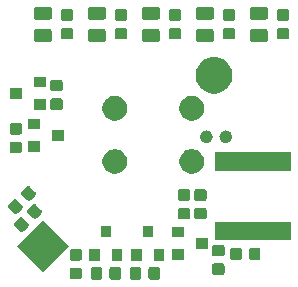
<source format=gbr>
G04 #@! TF.GenerationSoftware,KiCad,Pcbnew,(5.1.2)-1*
G04 #@! TF.CreationDate,2019-08-24T00:01:25+03:00*
G04 #@! TF.ProjectId,PomodoroTomatoTimer,506f6d6f-646f-4726-9f54-6f6d61746f54,rev?*
G04 #@! TF.SameCoordinates,Original*
G04 #@! TF.FileFunction,Soldermask,Top*
G04 #@! TF.FilePolarity,Negative*
%FSLAX46Y46*%
G04 Gerber Fmt 4.6, Leading zero omitted, Abs format (unit mm)*
G04 Created by KiCad (PCBNEW (5.1.2)-1) date 2019-08-24 00:01:25*
%MOMM*%
%LPD*%
G04 APERTURE LIST*
%ADD10C,0.500000*%
%ADD11C,0.100000*%
G04 APERTURE END LIST*
D10*
X144699000Y-88773000D02*
G75*
G03X144699000Y-88773000I-300000J0D01*
G01*
X146350000Y-88773000D02*
G75*
G03X146350000Y-88773000I-300000J0D01*
G01*
D11*
G36*
X140321591Y-99808085D02*
G01*
X140355569Y-99818393D01*
X140386890Y-99835134D01*
X140414339Y-99857661D01*
X140436866Y-99885110D01*
X140453607Y-99916431D01*
X140463915Y-99950409D01*
X140468000Y-99991890D01*
X140468000Y-100668110D01*
X140463915Y-100709591D01*
X140453607Y-100743569D01*
X140436866Y-100774890D01*
X140414339Y-100802339D01*
X140386890Y-100824866D01*
X140355569Y-100841607D01*
X140321591Y-100851915D01*
X140280110Y-100856000D01*
X139678890Y-100856000D01*
X139637409Y-100851915D01*
X139603431Y-100841607D01*
X139572110Y-100824866D01*
X139544661Y-100802339D01*
X139522134Y-100774890D01*
X139505393Y-100743569D01*
X139495085Y-100709591D01*
X139491000Y-100668110D01*
X139491000Y-99991890D01*
X139495085Y-99950409D01*
X139505393Y-99916431D01*
X139522134Y-99885110D01*
X139544661Y-99857661D01*
X139572110Y-99835134D01*
X139603431Y-99818393D01*
X139637409Y-99808085D01*
X139678890Y-99804000D01*
X140280110Y-99804000D01*
X140321591Y-99808085D01*
X140321591Y-99808085D01*
G37*
G36*
X138746591Y-99808085D02*
G01*
X138780569Y-99818393D01*
X138811890Y-99835134D01*
X138839339Y-99857661D01*
X138861866Y-99885110D01*
X138878607Y-99916431D01*
X138888915Y-99950409D01*
X138893000Y-99991890D01*
X138893000Y-100668110D01*
X138888915Y-100709591D01*
X138878607Y-100743569D01*
X138861866Y-100774890D01*
X138839339Y-100802339D01*
X138811890Y-100824866D01*
X138780569Y-100841607D01*
X138746591Y-100851915D01*
X138705110Y-100856000D01*
X138103890Y-100856000D01*
X138062409Y-100851915D01*
X138028431Y-100841607D01*
X137997110Y-100824866D01*
X137969661Y-100802339D01*
X137947134Y-100774890D01*
X137930393Y-100743569D01*
X137920085Y-100709591D01*
X137916000Y-100668110D01*
X137916000Y-99991890D01*
X137920085Y-99950409D01*
X137930393Y-99916431D01*
X137947134Y-99885110D01*
X137969661Y-99857661D01*
X137997110Y-99835134D01*
X138028431Y-99818393D01*
X138062409Y-99808085D01*
X138103890Y-99804000D01*
X138705110Y-99804000D01*
X138746591Y-99808085D01*
X138746591Y-99808085D01*
G37*
G36*
X137019591Y-99808085D02*
G01*
X137053569Y-99818393D01*
X137084890Y-99835134D01*
X137112339Y-99857661D01*
X137134866Y-99885110D01*
X137151607Y-99916431D01*
X137161915Y-99950409D01*
X137166000Y-99991890D01*
X137166000Y-100668110D01*
X137161915Y-100709591D01*
X137151607Y-100743569D01*
X137134866Y-100774890D01*
X137112339Y-100802339D01*
X137084890Y-100824866D01*
X137053569Y-100841607D01*
X137019591Y-100851915D01*
X136978110Y-100856000D01*
X136376890Y-100856000D01*
X136335409Y-100851915D01*
X136301431Y-100841607D01*
X136270110Y-100824866D01*
X136242661Y-100802339D01*
X136220134Y-100774890D01*
X136203393Y-100743569D01*
X136193085Y-100709591D01*
X136189000Y-100668110D01*
X136189000Y-99991890D01*
X136193085Y-99950409D01*
X136203393Y-99916431D01*
X136220134Y-99885110D01*
X136242661Y-99857661D01*
X136270110Y-99835134D01*
X136301431Y-99818393D01*
X136335409Y-99808085D01*
X136376890Y-99804000D01*
X136978110Y-99804000D01*
X137019591Y-99808085D01*
X137019591Y-99808085D01*
G37*
G36*
X135444591Y-99808085D02*
G01*
X135478569Y-99818393D01*
X135509890Y-99835134D01*
X135537339Y-99857661D01*
X135559866Y-99885110D01*
X135576607Y-99916431D01*
X135586915Y-99950409D01*
X135591000Y-99991890D01*
X135591000Y-100668110D01*
X135586915Y-100709591D01*
X135576607Y-100743569D01*
X135559866Y-100774890D01*
X135537339Y-100802339D01*
X135509890Y-100824866D01*
X135478569Y-100841607D01*
X135444591Y-100851915D01*
X135403110Y-100856000D01*
X134801890Y-100856000D01*
X134760409Y-100851915D01*
X134726431Y-100841607D01*
X134695110Y-100824866D01*
X134667661Y-100802339D01*
X134645134Y-100774890D01*
X134628393Y-100743569D01*
X134618085Y-100709591D01*
X134614000Y-100668110D01*
X134614000Y-99991890D01*
X134618085Y-99950409D01*
X134628393Y-99916431D01*
X134645134Y-99885110D01*
X134667661Y-99857661D01*
X134695110Y-99835134D01*
X134726431Y-99818393D01*
X134760409Y-99808085D01*
X134801890Y-99804000D01*
X135403110Y-99804000D01*
X135444591Y-99808085D01*
X135444591Y-99808085D01*
G37*
G36*
X133729591Y-99845585D02*
G01*
X133763569Y-99855893D01*
X133794890Y-99872634D01*
X133822339Y-99895161D01*
X133844866Y-99922610D01*
X133861607Y-99953931D01*
X133871915Y-99987909D01*
X133876000Y-100029390D01*
X133876000Y-100630610D01*
X133871915Y-100672091D01*
X133861607Y-100706069D01*
X133844866Y-100737390D01*
X133822339Y-100764839D01*
X133794890Y-100787366D01*
X133763569Y-100804107D01*
X133729591Y-100814415D01*
X133688110Y-100818500D01*
X133011890Y-100818500D01*
X132970409Y-100814415D01*
X132936431Y-100804107D01*
X132905110Y-100787366D01*
X132877661Y-100764839D01*
X132855134Y-100737390D01*
X132838393Y-100706069D01*
X132828085Y-100672091D01*
X132824000Y-100630610D01*
X132824000Y-100029390D01*
X132828085Y-99987909D01*
X132838393Y-99953931D01*
X132855134Y-99922610D01*
X132877661Y-99895161D01*
X132905110Y-99872634D01*
X132936431Y-99855893D01*
X132970409Y-99845585D01*
X133011890Y-99841500D01*
X133688110Y-99841500D01*
X133729591Y-99845585D01*
X133729591Y-99845585D01*
G37*
G36*
X145790591Y-99490085D02*
G01*
X145824569Y-99500393D01*
X145855890Y-99517134D01*
X145883339Y-99539661D01*
X145905866Y-99567110D01*
X145922607Y-99598431D01*
X145932915Y-99632409D01*
X145937000Y-99673890D01*
X145937000Y-100275110D01*
X145932915Y-100316591D01*
X145922607Y-100350569D01*
X145905866Y-100381890D01*
X145883339Y-100409339D01*
X145855890Y-100431866D01*
X145824569Y-100448607D01*
X145790591Y-100458915D01*
X145749110Y-100463000D01*
X145072890Y-100463000D01*
X145031409Y-100458915D01*
X144997431Y-100448607D01*
X144966110Y-100431866D01*
X144938661Y-100409339D01*
X144916134Y-100381890D01*
X144899393Y-100350569D01*
X144889085Y-100316591D01*
X144885000Y-100275110D01*
X144885000Y-99673890D01*
X144889085Y-99632409D01*
X144899393Y-99598431D01*
X144916134Y-99567110D01*
X144938661Y-99539661D01*
X144966110Y-99517134D01*
X144997431Y-99500393D01*
X145031409Y-99490085D01*
X145072890Y-99486000D01*
X145749110Y-99486000D01*
X145790591Y-99490085D01*
X145790591Y-99490085D01*
G37*
G36*
X132749445Y-98044000D02*
G01*
X130556000Y-100237445D01*
X128362555Y-98044000D01*
X130556000Y-95850555D01*
X132749445Y-98044000D01*
X132749445Y-98044000D01*
G37*
G36*
X140847000Y-99291000D02*
G01*
X139945000Y-99291000D01*
X139945000Y-98289000D01*
X140847000Y-98289000D01*
X140847000Y-99291000D01*
X140847000Y-99291000D01*
G37*
G36*
X138947000Y-99291000D02*
G01*
X138045000Y-99291000D01*
X138045000Y-98289000D01*
X138947000Y-98289000D01*
X138947000Y-99291000D01*
X138947000Y-99291000D01*
G37*
G36*
X137291000Y-99291000D02*
G01*
X136389000Y-99291000D01*
X136389000Y-98289000D01*
X137291000Y-98289000D01*
X137291000Y-99291000D01*
X137291000Y-99291000D01*
G37*
G36*
X135391000Y-99291000D02*
G01*
X134489000Y-99291000D01*
X134489000Y-98289000D01*
X135391000Y-98289000D01*
X135391000Y-99291000D01*
X135391000Y-99291000D01*
G37*
G36*
X133729591Y-98270585D02*
G01*
X133763569Y-98280893D01*
X133794890Y-98297634D01*
X133822339Y-98320161D01*
X133844866Y-98347610D01*
X133861607Y-98378931D01*
X133871915Y-98412909D01*
X133876000Y-98454390D01*
X133876000Y-99055610D01*
X133871915Y-99097091D01*
X133861607Y-99131069D01*
X133844866Y-99162390D01*
X133822339Y-99189839D01*
X133794890Y-99212366D01*
X133763569Y-99229107D01*
X133729591Y-99239415D01*
X133688110Y-99243500D01*
X133011890Y-99243500D01*
X132970409Y-99239415D01*
X132936431Y-99229107D01*
X132905110Y-99212366D01*
X132877661Y-99189839D01*
X132855134Y-99162390D01*
X132838393Y-99131069D01*
X132828085Y-99097091D01*
X132824000Y-99055610D01*
X132824000Y-98454390D01*
X132828085Y-98412909D01*
X132838393Y-98378931D01*
X132855134Y-98347610D01*
X132877661Y-98320161D01*
X132905110Y-98297634D01*
X132936431Y-98280893D01*
X132970409Y-98270585D01*
X133011890Y-98266500D01*
X133688110Y-98266500D01*
X133729591Y-98270585D01*
X133729591Y-98270585D01*
G37*
G36*
X148830591Y-98157085D02*
G01*
X148864569Y-98167393D01*
X148895890Y-98184134D01*
X148923339Y-98206661D01*
X148945866Y-98234110D01*
X148962607Y-98265431D01*
X148972915Y-98299409D01*
X148977000Y-98340890D01*
X148977000Y-99017110D01*
X148972915Y-99058591D01*
X148962607Y-99092569D01*
X148945866Y-99123890D01*
X148923339Y-99151339D01*
X148895890Y-99173866D01*
X148864569Y-99190607D01*
X148830591Y-99200915D01*
X148789110Y-99205000D01*
X148187890Y-99205000D01*
X148146409Y-99200915D01*
X148112431Y-99190607D01*
X148081110Y-99173866D01*
X148053661Y-99151339D01*
X148031134Y-99123890D01*
X148014393Y-99092569D01*
X148004085Y-99058591D01*
X148000000Y-99017110D01*
X148000000Y-98340890D01*
X148004085Y-98299409D01*
X148014393Y-98265431D01*
X148031134Y-98234110D01*
X148053661Y-98206661D01*
X148081110Y-98184134D01*
X148112431Y-98167393D01*
X148146409Y-98157085D01*
X148187890Y-98153000D01*
X148789110Y-98153000D01*
X148830591Y-98157085D01*
X148830591Y-98157085D01*
G37*
G36*
X147255591Y-98157085D02*
G01*
X147289569Y-98167393D01*
X147320890Y-98184134D01*
X147348339Y-98206661D01*
X147370866Y-98234110D01*
X147387607Y-98265431D01*
X147397915Y-98299409D01*
X147402000Y-98340890D01*
X147402000Y-99017110D01*
X147397915Y-99058591D01*
X147387607Y-99092569D01*
X147370866Y-99123890D01*
X147348339Y-99151339D01*
X147320890Y-99173866D01*
X147289569Y-99190607D01*
X147255591Y-99200915D01*
X147214110Y-99205000D01*
X146612890Y-99205000D01*
X146571409Y-99200915D01*
X146537431Y-99190607D01*
X146506110Y-99173866D01*
X146478661Y-99151339D01*
X146456134Y-99123890D01*
X146439393Y-99092569D01*
X146429085Y-99058591D01*
X146425000Y-99017110D01*
X146425000Y-98340890D01*
X146429085Y-98299409D01*
X146439393Y-98265431D01*
X146456134Y-98234110D01*
X146478661Y-98206661D01*
X146506110Y-98184134D01*
X146537431Y-98167393D01*
X146571409Y-98157085D01*
X146612890Y-98153000D01*
X147214110Y-98153000D01*
X147255591Y-98157085D01*
X147255591Y-98157085D01*
G37*
G36*
X142503000Y-99191000D02*
G01*
X141501000Y-99191000D01*
X141501000Y-98289000D01*
X142503000Y-98289000D01*
X142503000Y-99191000D01*
X142503000Y-99191000D01*
G37*
G36*
X145790591Y-97915085D02*
G01*
X145824569Y-97925393D01*
X145855890Y-97942134D01*
X145883339Y-97964661D01*
X145905866Y-97992110D01*
X145922607Y-98023431D01*
X145932915Y-98057409D01*
X145937000Y-98098890D01*
X145937000Y-98700110D01*
X145932915Y-98741591D01*
X145922607Y-98775569D01*
X145905866Y-98806890D01*
X145883339Y-98834339D01*
X145855890Y-98856866D01*
X145824569Y-98873607D01*
X145790591Y-98883915D01*
X145749110Y-98888000D01*
X145072890Y-98888000D01*
X145031409Y-98883915D01*
X144997431Y-98873607D01*
X144966110Y-98856866D01*
X144938661Y-98834339D01*
X144916134Y-98806890D01*
X144899393Y-98775569D01*
X144889085Y-98741591D01*
X144885000Y-98700110D01*
X144885000Y-98098890D01*
X144889085Y-98057409D01*
X144899393Y-98023431D01*
X144916134Y-97992110D01*
X144938661Y-97964661D01*
X144966110Y-97942134D01*
X144997431Y-97925393D01*
X145031409Y-97915085D01*
X145072890Y-97911000D01*
X145749110Y-97911000D01*
X145790591Y-97915085D01*
X145790591Y-97915085D01*
G37*
G36*
X144503000Y-98241000D02*
G01*
X143501000Y-98241000D01*
X143501000Y-97339000D01*
X144503000Y-97339000D01*
X144503000Y-98241000D01*
X144503000Y-98241000D01*
G37*
G36*
X151537000Y-97536000D02*
G01*
X145135000Y-97536000D01*
X145135000Y-95984000D01*
X151537000Y-95984000D01*
X151537000Y-97536000D01*
X151537000Y-97536000D01*
G37*
G36*
X142503000Y-97291000D02*
G01*
X141501000Y-97291000D01*
X141501000Y-96389000D01*
X142503000Y-96389000D01*
X142503000Y-97291000D01*
X142503000Y-97291000D01*
G37*
G36*
X136341000Y-97291000D02*
G01*
X135439000Y-97291000D01*
X135439000Y-96289000D01*
X136341000Y-96289000D01*
X136341000Y-97291000D01*
X136341000Y-97291000D01*
G37*
G36*
X139897000Y-97291000D02*
G01*
X138995000Y-97291000D01*
X138995000Y-96289000D01*
X139897000Y-96289000D01*
X139897000Y-97291000D01*
X139897000Y-97291000D01*
G37*
G36*
X128737977Y-95549855D02*
G01*
X128771955Y-95560163D01*
X128803276Y-95576904D01*
X128835490Y-95603342D01*
X128875341Y-95643193D01*
X128875347Y-95643198D01*
X129273802Y-96041653D01*
X129273807Y-96041659D01*
X129313658Y-96081510D01*
X129340096Y-96113724D01*
X129356837Y-96145045D01*
X129367145Y-96179023D01*
X129370625Y-96214364D01*
X129367145Y-96249705D01*
X129356837Y-96283683D01*
X129340096Y-96315004D01*
X129313658Y-96347218D01*
X129273807Y-96387069D01*
X129273802Y-96387075D01*
X128928381Y-96732496D01*
X128928375Y-96732501D01*
X128888524Y-96772352D01*
X128856310Y-96798790D01*
X128824989Y-96815531D01*
X128791011Y-96825839D01*
X128755670Y-96829319D01*
X128720329Y-96825839D01*
X128686351Y-96815531D01*
X128655030Y-96798790D01*
X128622816Y-96772352D01*
X128582965Y-96732501D01*
X128582959Y-96732496D01*
X128184504Y-96334041D01*
X128184499Y-96334035D01*
X128144648Y-96294184D01*
X128118210Y-96261970D01*
X128101469Y-96230649D01*
X128091161Y-96196671D01*
X128087681Y-96161330D01*
X128091161Y-96125989D01*
X128101469Y-96092011D01*
X128118210Y-96060690D01*
X128144648Y-96028476D01*
X128184499Y-95988625D01*
X128184504Y-95988619D01*
X128529925Y-95643198D01*
X128529931Y-95643193D01*
X128569782Y-95603342D01*
X128601996Y-95576904D01*
X128633317Y-95560163D01*
X128667295Y-95549855D01*
X128702636Y-95546375D01*
X128737977Y-95549855D01*
X128737977Y-95549855D01*
G37*
G36*
X144270591Y-94791085D02*
G01*
X144304569Y-94801393D01*
X144335890Y-94818134D01*
X144363339Y-94840661D01*
X144385866Y-94868110D01*
X144402607Y-94899431D01*
X144412915Y-94933409D01*
X144417000Y-94974890D01*
X144417000Y-95576110D01*
X144412915Y-95617591D01*
X144402607Y-95651569D01*
X144385866Y-95682890D01*
X144363339Y-95710339D01*
X144335890Y-95732866D01*
X144304569Y-95749607D01*
X144270591Y-95759915D01*
X144229110Y-95764000D01*
X143552890Y-95764000D01*
X143511409Y-95759915D01*
X143477431Y-95749607D01*
X143446110Y-95732866D01*
X143418661Y-95710339D01*
X143396134Y-95682890D01*
X143379393Y-95651569D01*
X143369085Y-95617591D01*
X143365000Y-95576110D01*
X143365000Y-94974890D01*
X143369085Y-94933409D01*
X143379393Y-94899431D01*
X143396134Y-94868110D01*
X143418661Y-94840661D01*
X143446110Y-94818134D01*
X143477431Y-94801393D01*
X143511409Y-94791085D01*
X143552890Y-94787000D01*
X144229110Y-94787000D01*
X144270591Y-94791085D01*
X144270591Y-94791085D01*
G37*
G36*
X142873591Y-94791085D02*
G01*
X142907569Y-94801393D01*
X142938890Y-94818134D01*
X142966339Y-94840661D01*
X142988866Y-94868110D01*
X143005607Y-94899431D01*
X143015915Y-94933409D01*
X143020000Y-94974890D01*
X143020000Y-95576110D01*
X143015915Y-95617591D01*
X143005607Y-95651569D01*
X142988866Y-95682890D01*
X142966339Y-95710339D01*
X142938890Y-95732866D01*
X142907569Y-95749607D01*
X142873591Y-95759915D01*
X142832110Y-95764000D01*
X142155890Y-95764000D01*
X142114409Y-95759915D01*
X142080431Y-95749607D01*
X142049110Y-95732866D01*
X142021661Y-95710339D01*
X141999134Y-95682890D01*
X141982393Y-95651569D01*
X141972085Y-95617591D01*
X141968000Y-95576110D01*
X141968000Y-94974890D01*
X141972085Y-94933409D01*
X141982393Y-94899431D01*
X141999134Y-94868110D01*
X142021661Y-94840661D01*
X142049110Y-94818134D01*
X142080431Y-94801393D01*
X142114409Y-94791085D01*
X142155890Y-94787000D01*
X142832110Y-94787000D01*
X142873591Y-94791085D01*
X142873591Y-94791085D01*
G37*
G36*
X129851671Y-94436161D02*
G01*
X129885649Y-94446469D01*
X129916970Y-94463210D01*
X129949184Y-94489648D01*
X129989035Y-94529499D01*
X129989041Y-94529504D01*
X130387496Y-94927959D01*
X130387501Y-94927965D01*
X130427352Y-94967816D01*
X130453790Y-95000030D01*
X130470531Y-95031351D01*
X130480839Y-95065329D01*
X130484319Y-95100670D01*
X130480839Y-95136011D01*
X130470531Y-95169989D01*
X130453790Y-95201310D01*
X130427352Y-95233524D01*
X130387501Y-95273375D01*
X130387496Y-95273381D01*
X130042075Y-95618802D01*
X130042069Y-95618807D01*
X130002218Y-95658658D01*
X129970004Y-95685096D01*
X129938683Y-95701837D01*
X129904705Y-95712145D01*
X129869364Y-95715625D01*
X129834023Y-95712145D01*
X129800045Y-95701837D01*
X129768724Y-95685096D01*
X129736510Y-95658658D01*
X129696659Y-95618807D01*
X129696653Y-95618802D01*
X129298198Y-95220347D01*
X129298193Y-95220341D01*
X129258342Y-95180490D01*
X129231904Y-95148276D01*
X129215163Y-95116955D01*
X129204855Y-95082977D01*
X129201375Y-95047636D01*
X129204855Y-95012295D01*
X129215163Y-94978317D01*
X129231904Y-94946996D01*
X129258342Y-94914782D01*
X129298193Y-94874931D01*
X129298198Y-94874925D01*
X129643619Y-94529504D01*
X129643625Y-94529499D01*
X129683476Y-94489648D01*
X129715690Y-94463210D01*
X129747011Y-94446469D01*
X129780989Y-94436161D01*
X129816330Y-94432681D01*
X129851671Y-94436161D01*
X129851671Y-94436161D01*
G37*
G36*
X128229977Y-94025855D02*
G01*
X128263955Y-94036163D01*
X128295276Y-94052904D01*
X128327490Y-94079342D01*
X128367341Y-94119193D01*
X128367347Y-94119198D01*
X128765802Y-94517653D01*
X128765807Y-94517659D01*
X128805658Y-94557510D01*
X128832096Y-94589724D01*
X128848837Y-94621045D01*
X128859145Y-94655023D01*
X128862625Y-94690364D01*
X128859145Y-94725705D01*
X128848837Y-94759683D01*
X128832096Y-94791004D01*
X128805658Y-94823218D01*
X128765807Y-94863069D01*
X128765802Y-94863075D01*
X128420381Y-95208496D01*
X128420375Y-95208501D01*
X128380524Y-95248352D01*
X128348310Y-95274790D01*
X128316989Y-95291531D01*
X128283011Y-95301839D01*
X128247670Y-95305319D01*
X128212329Y-95301839D01*
X128178351Y-95291531D01*
X128147030Y-95274790D01*
X128114816Y-95248352D01*
X128074965Y-95208501D01*
X128074959Y-95208496D01*
X127676504Y-94810041D01*
X127676499Y-94810035D01*
X127636648Y-94770184D01*
X127610210Y-94737970D01*
X127593469Y-94706649D01*
X127583161Y-94672671D01*
X127579681Y-94637330D01*
X127583161Y-94601989D01*
X127593469Y-94568011D01*
X127610210Y-94536690D01*
X127636648Y-94504476D01*
X127676499Y-94464625D01*
X127676504Y-94464619D01*
X128021925Y-94119198D01*
X128021931Y-94119193D01*
X128061782Y-94079342D01*
X128093996Y-94052904D01*
X128125317Y-94036163D01*
X128159295Y-94025855D01*
X128194636Y-94022375D01*
X128229977Y-94025855D01*
X128229977Y-94025855D01*
G37*
G36*
X129343671Y-92912161D02*
G01*
X129377649Y-92922469D01*
X129408970Y-92939210D01*
X129441184Y-92965648D01*
X129481035Y-93005499D01*
X129481041Y-93005504D01*
X129879496Y-93403959D01*
X129879501Y-93403965D01*
X129919352Y-93443816D01*
X129945790Y-93476030D01*
X129962531Y-93507351D01*
X129972839Y-93541329D01*
X129976319Y-93576670D01*
X129972839Y-93612011D01*
X129962531Y-93645989D01*
X129945790Y-93677310D01*
X129919352Y-93709524D01*
X129879501Y-93749375D01*
X129879496Y-93749381D01*
X129534075Y-94094802D01*
X129534069Y-94094807D01*
X129494218Y-94134658D01*
X129462004Y-94161096D01*
X129430683Y-94177837D01*
X129396705Y-94188145D01*
X129361364Y-94191625D01*
X129326023Y-94188145D01*
X129292045Y-94177837D01*
X129260724Y-94161096D01*
X129228510Y-94134658D01*
X129188659Y-94094807D01*
X129188653Y-94094802D01*
X128790198Y-93696347D01*
X128790193Y-93696341D01*
X128750342Y-93656490D01*
X128723904Y-93624276D01*
X128707163Y-93592955D01*
X128696855Y-93558977D01*
X128693375Y-93523636D01*
X128696855Y-93488295D01*
X128707163Y-93454317D01*
X128723904Y-93422996D01*
X128750342Y-93390782D01*
X128790193Y-93350931D01*
X128790198Y-93350925D01*
X129135619Y-93005504D01*
X129135625Y-93005499D01*
X129175476Y-92965648D01*
X129207690Y-92939210D01*
X129239011Y-92922469D01*
X129272989Y-92912161D01*
X129308330Y-92908681D01*
X129343671Y-92912161D01*
X129343671Y-92912161D01*
G37*
G36*
X144270591Y-93216085D02*
G01*
X144304569Y-93226393D01*
X144335890Y-93243134D01*
X144363339Y-93265661D01*
X144385866Y-93293110D01*
X144402607Y-93324431D01*
X144412915Y-93358409D01*
X144417000Y-93399890D01*
X144417000Y-94001110D01*
X144412915Y-94042591D01*
X144402607Y-94076569D01*
X144385866Y-94107890D01*
X144363339Y-94135339D01*
X144335890Y-94157866D01*
X144304569Y-94174607D01*
X144270591Y-94184915D01*
X144229110Y-94189000D01*
X143552890Y-94189000D01*
X143511409Y-94184915D01*
X143477431Y-94174607D01*
X143446110Y-94157866D01*
X143418661Y-94135339D01*
X143396134Y-94107890D01*
X143379393Y-94076569D01*
X143369085Y-94042591D01*
X143365000Y-94001110D01*
X143365000Y-93399890D01*
X143369085Y-93358409D01*
X143379393Y-93324431D01*
X143396134Y-93293110D01*
X143418661Y-93265661D01*
X143446110Y-93243134D01*
X143477431Y-93226393D01*
X143511409Y-93216085D01*
X143552890Y-93212000D01*
X144229110Y-93212000D01*
X144270591Y-93216085D01*
X144270591Y-93216085D01*
G37*
G36*
X142873591Y-93216085D02*
G01*
X142907569Y-93226393D01*
X142938890Y-93243134D01*
X142966339Y-93265661D01*
X142988866Y-93293110D01*
X143005607Y-93324431D01*
X143015915Y-93358409D01*
X143020000Y-93399890D01*
X143020000Y-94001110D01*
X143015915Y-94042591D01*
X143005607Y-94076569D01*
X142988866Y-94107890D01*
X142966339Y-94135339D01*
X142938890Y-94157866D01*
X142907569Y-94174607D01*
X142873591Y-94184915D01*
X142832110Y-94189000D01*
X142155890Y-94189000D01*
X142114409Y-94184915D01*
X142080431Y-94174607D01*
X142049110Y-94157866D01*
X142021661Y-94135339D01*
X141999134Y-94107890D01*
X141982393Y-94076569D01*
X141972085Y-94042591D01*
X141968000Y-94001110D01*
X141968000Y-93399890D01*
X141972085Y-93358409D01*
X141982393Y-93324431D01*
X141999134Y-93293110D01*
X142021661Y-93265661D01*
X142049110Y-93243134D01*
X142080431Y-93226393D01*
X142114409Y-93216085D01*
X142155890Y-93212000D01*
X142832110Y-93212000D01*
X142873591Y-93216085D01*
X142873591Y-93216085D01*
G37*
G36*
X143458564Y-89849389D02*
G01*
X143649833Y-89928615D01*
X143649835Y-89928616D01*
X143762791Y-90004091D01*
X143821973Y-90043635D01*
X143968365Y-90190027D01*
X144083385Y-90362167D01*
X144162611Y-90553436D01*
X144203000Y-90756484D01*
X144203000Y-90963516D01*
X144162611Y-91166564D01*
X144083385Y-91357833D01*
X144083384Y-91357835D01*
X143968365Y-91529973D01*
X143821973Y-91676365D01*
X143649835Y-91791384D01*
X143649834Y-91791385D01*
X143649833Y-91791385D01*
X143458564Y-91870611D01*
X143255516Y-91911000D01*
X143048484Y-91911000D01*
X142845436Y-91870611D01*
X142654167Y-91791385D01*
X142654166Y-91791385D01*
X142654165Y-91791384D01*
X142482027Y-91676365D01*
X142335635Y-91529973D01*
X142220616Y-91357835D01*
X142220615Y-91357833D01*
X142141389Y-91166564D01*
X142101000Y-90963516D01*
X142101000Y-90756484D01*
X142141389Y-90553436D01*
X142220615Y-90362167D01*
X142335635Y-90190027D01*
X142482027Y-90043635D01*
X142541209Y-90004091D01*
X142654165Y-89928616D01*
X142654167Y-89928615D01*
X142845436Y-89849389D01*
X143048484Y-89809000D01*
X143255516Y-89809000D01*
X143458564Y-89849389D01*
X143458564Y-89849389D01*
G37*
G36*
X136958564Y-89849389D02*
G01*
X137149833Y-89928615D01*
X137149835Y-89928616D01*
X137262791Y-90004091D01*
X137321973Y-90043635D01*
X137468365Y-90190027D01*
X137583385Y-90362167D01*
X137662611Y-90553436D01*
X137703000Y-90756484D01*
X137703000Y-90963516D01*
X137662611Y-91166564D01*
X137583385Y-91357833D01*
X137583384Y-91357835D01*
X137468365Y-91529973D01*
X137321973Y-91676365D01*
X137149835Y-91791384D01*
X137149834Y-91791385D01*
X137149833Y-91791385D01*
X136958564Y-91870611D01*
X136755516Y-91911000D01*
X136548484Y-91911000D01*
X136345436Y-91870611D01*
X136154167Y-91791385D01*
X136154166Y-91791385D01*
X136154165Y-91791384D01*
X135982027Y-91676365D01*
X135835635Y-91529973D01*
X135720616Y-91357835D01*
X135720615Y-91357833D01*
X135641389Y-91166564D01*
X135601000Y-90963516D01*
X135601000Y-90756484D01*
X135641389Y-90553436D01*
X135720615Y-90362167D01*
X135835635Y-90190027D01*
X135982027Y-90043635D01*
X136041209Y-90004091D01*
X136154165Y-89928616D01*
X136154167Y-89928615D01*
X136345436Y-89849389D01*
X136548484Y-89809000D01*
X136755516Y-89809000D01*
X136958564Y-89849389D01*
X136958564Y-89849389D01*
G37*
G36*
X151537000Y-91636000D02*
G01*
X145135000Y-91636000D01*
X145135000Y-90084000D01*
X151537000Y-90084000D01*
X151537000Y-91636000D01*
X151537000Y-91636000D01*
G37*
G36*
X128649591Y-89177585D02*
G01*
X128683569Y-89187893D01*
X128714890Y-89204634D01*
X128742339Y-89227161D01*
X128764866Y-89254610D01*
X128781607Y-89285931D01*
X128791915Y-89319909D01*
X128796000Y-89361390D01*
X128796000Y-89962610D01*
X128791915Y-90004091D01*
X128781607Y-90038069D01*
X128764866Y-90069390D01*
X128742339Y-90096839D01*
X128714890Y-90119366D01*
X128683569Y-90136107D01*
X128649591Y-90146415D01*
X128608110Y-90150500D01*
X127931890Y-90150500D01*
X127890409Y-90146415D01*
X127856431Y-90136107D01*
X127825110Y-90119366D01*
X127797661Y-90096839D01*
X127775134Y-90069390D01*
X127758393Y-90038069D01*
X127748085Y-90004091D01*
X127744000Y-89962610D01*
X127744000Y-89361390D01*
X127748085Y-89319909D01*
X127758393Y-89285931D01*
X127775134Y-89254610D01*
X127797661Y-89227161D01*
X127825110Y-89204634D01*
X127856431Y-89187893D01*
X127890409Y-89177585D01*
X127931890Y-89173500D01*
X128608110Y-89173500D01*
X128649591Y-89177585D01*
X128649591Y-89177585D01*
G37*
G36*
X130311000Y-90047000D02*
G01*
X129309000Y-90047000D01*
X129309000Y-89145000D01*
X130311000Y-89145000D01*
X130311000Y-90047000D01*
X130311000Y-90047000D01*
G37*
G36*
X132311000Y-89097000D02*
G01*
X131309000Y-89097000D01*
X131309000Y-88195000D01*
X132311000Y-88195000D01*
X132311000Y-89097000D01*
X132311000Y-89097000D01*
G37*
G36*
X128649591Y-87602585D02*
G01*
X128683569Y-87612893D01*
X128714890Y-87629634D01*
X128742339Y-87652161D01*
X128764866Y-87679610D01*
X128781607Y-87710931D01*
X128791915Y-87744909D01*
X128796000Y-87786390D01*
X128796000Y-88387610D01*
X128791915Y-88429091D01*
X128781607Y-88463069D01*
X128764866Y-88494390D01*
X128742339Y-88521839D01*
X128714890Y-88544366D01*
X128683569Y-88561107D01*
X128649591Y-88571415D01*
X128608110Y-88575500D01*
X127931890Y-88575500D01*
X127890409Y-88571415D01*
X127856431Y-88561107D01*
X127825110Y-88544366D01*
X127797661Y-88521839D01*
X127775134Y-88494390D01*
X127758393Y-88463069D01*
X127748085Y-88429091D01*
X127744000Y-88387610D01*
X127744000Y-87786390D01*
X127748085Y-87744909D01*
X127758393Y-87710931D01*
X127775134Y-87679610D01*
X127797661Y-87652161D01*
X127825110Y-87629634D01*
X127856431Y-87612893D01*
X127890409Y-87602585D01*
X127931890Y-87598500D01*
X128608110Y-87598500D01*
X128649591Y-87602585D01*
X128649591Y-87602585D01*
G37*
G36*
X130311000Y-88147000D02*
G01*
X129309000Y-88147000D01*
X129309000Y-87245000D01*
X130311000Y-87245000D01*
X130311000Y-88147000D01*
X130311000Y-88147000D01*
G37*
G36*
X143458564Y-85349389D02*
G01*
X143649833Y-85428615D01*
X143649835Y-85428616D01*
X143821973Y-85543635D01*
X143968365Y-85690027D01*
X144015287Y-85760250D01*
X144083385Y-85862167D01*
X144162611Y-86053436D01*
X144203000Y-86256484D01*
X144203000Y-86463516D01*
X144162611Y-86666564D01*
X144083385Y-86857833D01*
X144083384Y-86857835D01*
X143968365Y-87029973D01*
X143821973Y-87176365D01*
X143649835Y-87291384D01*
X143649834Y-87291385D01*
X143649833Y-87291385D01*
X143458564Y-87370611D01*
X143255516Y-87411000D01*
X143048484Y-87411000D01*
X142845436Y-87370611D01*
X142654167Y-87291385D01*
X142654166Y-87291385D01*
X142654165Y-87291384D01*
X142482027Y-87176365D01*
X142335635Y-87029973D01*
X142220616Y-86857835D01*
X142220615Y-86857833D01*
X142141389Y-86666564D01*
X142101000Y-86463516D01*
X142101000Y-86256484D01*
X142141389Y-86053436D01*
X142220615Y-85862167D01*
X142288714Y-85760250D01*
X142335635Y-85690027D01*
X142482027Y-85543635D01*
X142654165Y-85428616D01*
X142654167Y-85428615D01*
X142845436Y-85349389D01*
X143048484Y-85309000D01*
X143255516Y-85309000D01*
X143458564Y-85349389D01*
X143458564Y-85349389D01*
G37*
G36*
X136958564Y-85349389D02*
G01*
X137149833Y-85428615D01*
X137149835Y-85428616D01*
X137321973Y-85543635D01*
X137468365Y-85690027D01*
X137515287Y-85760250D01*
X137583385Y-85862167D01*
X137662611Y-86053436D01*
X137703000Y-86256484D01*
X137703000Y-86463516D01*
X137662611Y-86666564D01*
X137583385Y-86857833D01*
X137583384Y-86857835D01*
X137468365Y-87029973D01*
X137321973Y-87176365D01*
X137149835Y-87291384D01*
X137149834Y-87291385D01*
X137149833Y-87291385D01*
X136958564Y-87370611D01*
X136755516Y-87411000D01*
X136548484Y-87411000D01*
X136345436Y-87370611D01*
X136154167Y-87291385D01*
X136154166Y-87291385D01*
X136154165Y-87291384D01*
X135982027Y-87176365D01*
X135835635Y-87029973D01*
X135720616Y-86857835D01*
X135720615Y-86857833D01*
X135641389Y-86666564D01*
X135601000Y-86463516D01*
X135601000Y-86256484D01*
X135641389Y-86053436D01*
X135720615Y-85862167D01*
X135788714Y-85760250D01*
X135835635Y-85690027D01*
X135982027Y-85543635D01*
X136154165Y-85428616D01*
X136154167Y-85428615D01*
X136345436Y-85349389D01*
X136548484Y-85309000D01*
X136755516Y-85309000D01*
X136958564Y-85349389D01*
X136958564Y-85349389D01*
G37*
G36*
X132078591Y-85520085D02*
G01*
X132112569Y-85530393D01*
X132143890Y-85547134D01*
X132171339Y-85569661D01*
X132193866Y-85597110D01*
X132210607Y-85628431D01*
X132220915Y-85662409D01*
X132225000Y-85703890D01*
X132225000Y-86305110D01*
X132220915Y-86346591D01*
X132210607Y-86380569D01*
X132193866Y-86411890D01*
X132171339Y-86439339D01*
X132143890Y-86461866D01*
X132112569Y-86478607D01*
X132078591Y-86488915D01*
X132037110Y-86493000D01*
X131360890Y-86493000D01*
X131319409Y-86488915D01*
X131285431Y-86478607D01*
X131254110Y-86461866D01*
X131226661Y-86439339D01*
X131204134Y-86411890D01*
X131187393Y-86380569D01*
X131177085Y-86346591D01*
X131173000Y-86305110D01*
X131173000Y-85703890D01*
X131177085Y-85662409D01*
X131187393Y-85628431D01*
X131204134Y-85597110D01*
X131226661Y-85569661D01*
X131254110Y-85547134D01*
X131285431Y-85530393D01*
X131319409Y-85520085D01*
X131360890Y-85516000D01*
X132037110Y-85516000D01*
X132078591Y-85520085D01*
X132078591Y-85520085D01*
G37*
G36*
X130787000Y-86491000D02*
G01*
X129785000Y-86491000D01*
X129785000Y-85589000D01*
X130787000Y-85589000D01*
X130787000Y-86491000D01*
X130787000Y-86491000D01*
G37*
G36*
X128787000Y-85541000D02*
G01*
X127785000Y-85541000D01*
X127785000Y-84639000D01*
X128787000Y-84639000D01*
X128787000Y-85541000D01*
X128787000Y-85541000D01*
G37*
G36*
X145347203Y-82034184D02*
G01*
X145497028Y-82063986D01*
X145779292Y-82180903D01*
X146033323Y-82350641D01*
X146249359Y-82566677D01*
X146419097Y-82820708D01*
X146536014Y-83102972D01*
X146595618Y-83402622D01*
X146595618Y-83708142D01*
X146536014Y-84007792D01*
X146419097Y-84290056D01*
X146249359Y-84544087D01*
X146033323Y-84760123D01*
X145779292Y-84929861D01*
X145497028Y-85046778D01*
X145347203Y-85076580D01*
X145197379Y-85106382D01*
X144891857Y-85106382D01*
X144742033Y-85076580D01*
X144592208Y-85046778D01*
X144309944Y-84929861D01*
X144055913Y-84760123D01*
X143839877Y-84544087D01*
X143670139Y-84290056D01*
X143553222Y-84007792D01*
X143493618Y-83708142D01*
X143493618Y-83402622D01*
X143553222Y-83102972D01*
X143670139Y-82820708D01*
X143839877Y-82566677D01*
X144055913Y-82350641D01*
X144309944Y-82180903D01*
X144592208Y-82063986D01*
X144742033Y-82034184D01*
X144891857Y-82004382D01*
X145197379Y-82004382D01*
X145347203Y-82034184D01*
X145347203Y-82034184D01*
G37*
G36*
X132078591Y-83945085D02*
G01*
X132112569Y-83955393D01*
X132143890Y-83972134D01*
X132171339Y-83994661D01*
X132193866Y-84022110D01*
X132210607Y-84053431D01*
X132220915Y-84087409D01*
X132225000Y-84128890D01*
X132225000Y-84730110D01*
X132220915Y-84771591D01*
X132210607Y-84805569D01*
X132193866Y-84836890D01*
X132171339Y-84864339D01*
X132143890Y-84886866D01*
X132112569Y-84903607D01*
X132078591Y-84913915D01*
X132037110Y-84918000D01*
X131360890Y-84918000D01*
X131319409Y-84913915D01*
X131285431Y-84903607D01*
X131254110Y-84886866D01*
X131226661Y-84864339D01*
X131204134Y-84836890D01*
X131187393Y-84805569D01*
X131177085Y-84771591D01*
X131173000Y-84730110D01*
X131173000Y-84128890D01*
X131177085Y-84087409D01*
X131187393Y-84053431D01*
X131204134Y-84022110D01*
X131226661Y-83994661D01*
X131254110Y-83972134D01*
X131285431Y-83955393D01*
X131319409Y-83945085D01*
X131360890Y-83941000D01*
X132037110Y-83941000D01*
X132078591Y-83945085D01*
X132078591Y-83945085D01*
G37*
G36*
X130787000Y-84591000D02*
G01*
X129785000Y-84591000D01*
X129785000Y-83689000D01*
X130787000Y-83689000D01*
X130787000Y-84591000D01*
X130787000Y-84591000D01*
G37*
G36*
X149428468Y-79651565D02*
G01*
X149467138Y-79663296D01*
X149502777Y-79682346D01*
X149534017Y-79707983D01*
X149559654Y-79739223D01*
X149578704Y-79774862D01*
X149590435Y-79813532D01*
X149595000Y-79859888D01*
X149595000Y-80511112D01*
X149590435Y-80557468D01*
X149578704Y-80596138D01*
X149559654Y-80631777D01*
X149534017Y-80663017D01*
X149502777Y-80688654D01*
X149467138Y-80707704D01*
X149428468Y-80719435D01*
X149382112Y-80724000D01*
X148305888Y-80724000D01*
X148259532Y-80719435D01*
X148220862Y-80707704D01*
X148185223Y-80688654D01*
X148153983Y-80663017D01*
X148128346Y-80631777D01*
X148109296Y-80596138D01*
X148097565Y-80557468D01*
X148093000Y-80511112D01*
X148093000Y-79859888D01*
X148097565Y-79813532D01*
X148109296Y-79774862D01*
X148128346Y-79739223D01*
X148153983Y-79707983D01*
X148185223Y-79682346D01*
X148220862Y-79663296D01*
X148259532Y-79651565D01*
X148305888Y-79647000D01*
X149382112Y-79647000D01*
X149428468Y-79651565D01*
X149428468Y-79651565D01*
G37*
G36*
X140284468Y-79651565D02*
G01*
X140323138Y-79663296D01*
X140358777Y-79682346D01*
X140390017Y-79707983D01*
X140415654Y-79739223D01*
X140434704Y-79774862D01*
X140446435Y-79813532D01*
X140451000Y-79859888D01*
X140451000Y-80511112D01*
X140446435Y-80557468D01*
X140434704Y-80596138D01*
X140415654Y-80631777D01*
X140390017Y-80663017D01*
X140358777Y-80688654D01*
X140323138Y-80707704D01*
X140284468Y-80719435D01*
X140238112Y-80724000D01*
X139161888Y-80724000D01*
X139115532Y-80719435D01*
X139076862Y-80707704D01*
X139041223Y-80688654D01*
X139009983Y-80663017D01*
X138984346Y-80631777D01*
X138965296Y-80596138D01*
X138953565Y-80557468D01*
X138949000Y-80511112D01*
X138949000Y-79859888D01*
X138953565Y-79813532D01*
X138965296Y-79774862D01*
X138984346Y-79739223D01*
X139009983Y-79707983D01*
X139041223Y-79682346D01*
X139076862Y-79663296D01*
X139115532Y-79651565D01*
X139161888Y-79647000D01*
X140238112Y-79647000D01*
X140284468Y-79651565D01*
X140284468Y-79651565D01*
G37*
G36*
X144856468Y-79651565D02*
G01*
X144895138Y-79663296D01*
X144930777Y-79682346D01*
X144962017Y-79707983D01*
X144987654Y-79739223D01*
X145006704Y-79774862D01*
X145018435Y-79813532D01*
X145023000Y-79859888D01*
X145023000Y-80511112D01*
X145018435Y-80557468D01*
X145006704Y-80596138D01*
X144987654Y-80631777D01*
X144962017Y-80663017D01*
X144930777Y-80688654D01*
X144895138Y-80707704D01*
X144856468Y-80719435D01*
X144810112Y-80724000D01*
X143733888Y-80724000D01*
X143687532Y-80719435D01*
X143648862Y-80707704D01*
X143613223Y-80688654D01*
X143581983Y-80663017D01*
X143556346Y-80631777D01*
X143537296Y-80596138D01*
X143525565Y-80557468D01*
X143521000Y-80511112D01*
X143521000Y-79859888D01*
X143525565Y-79813532D01*
X143537296Y-79774862D01*
X143556346Y-79739223D01*
X143581983Y-79707983D01*
X143613223Y-79682346D01*
X143648862Y-79663296D01*
X143687532Y-79651565D01*
X143733888Y-79647000D01*
X144810112Y-79647000D01*
X144856468Y-79651565D01*
X144856468Y-79651565D01*
G37*
G36*
X131140468Y-79651565D02*
G01*
X131179138Y-79663296D01*
X131214777Y-79682346D01*
X131246017Y-79707983D01*
X131271654Y-79739223D01*
X131290704Y-79774862D01*
X131302435Y-79813532D01*
X131307000Y-79859888D01*
X131307000Y-80511112D01*
X131302435Y-80557468D01*
X131290704Y-80596138D01*
X131271654Y-80631777D01*
X131246017Y-80663017D01*
X131214777Y-80688654D01*
X131179138Y-80707704D01*
X131140468Y-80719435D01*
X131094112Y-80724000D01*
X130017888Y-80724000D01*
X129971532Y-80719435D01*
X129932862Y-80707704D01*
X129897223Y-80688654D01*
X129865983Y-80663017D01*
X129840346Y-80631777D01*
X129821296Y-80596138D01*
X129809565Y-80557468D01*
X129805000Y-80511112D01*
X129805000Y-79859888D01*
X129809565Y-79813532D01*
X129821296Y-79774862D01*
X129840346Y-79739223D01*
X129865983Y-79707983D01*
X129897223Y-79682346D01*
X129932862Y-79663296D01*
X129971532Y-79651565D01*
X130017888Y-79647000D01*
X131094112Y-79647000D01*
X131140468Y-79651565D01*
X131140468Y-79651565D01*
G37*
G36*
X135712468Y-79651565D02*
G01*
X135751138Y-79663296D01*
X135786777Y-79682346D01*
X135818017Y-79707983D01*
X135843654Y-79739223D01*
X135862704Y-79774862D01*
X135874435Y-79813532D01*
X135879000Y-79859888D01*
X135879000Y-80511112D01*
X135874435Y-80557468D01*
X135862704Y-80596138D01*
X135843654Y-80631777D01*
X135818017Y-80663017D01*
X135786777Y-80688654D01*
X135751138Y-80707704D01*
X135712468Y-80719435D01*
X135666112Y-80724000D01*
X134589888Y-80724000D01*
X134543532Y-80719435D01*
X134504862Y-80707704D01*
X134469223Y-80688654D01*
X134437983Y-80663017D01*
X134412346Y-80631777D01*
X134393296Y-80596138D01*
X134381565Y-80557468D01*
X134377000Y-80511112D01*
X134377000Y-79859888D01*
X134381565Y-79813532D01*
X134393296Y-79774862D01*
X134412346Y-79739223D01*
X134437983Y-79707983D01*
X134469223Y-79682346D01*
X134504862Y-79663296D01*
X134543532Y-79651565D01*
X134589888Y-79647000D01*
X135666112Y-79647000D01*
X135712468Y-79651565D01*
X135712468Y-79651565D01*
G37*
G36*
X137539591Y-79551085D02*
G01*
X137573569Y-79561393D01*
X137604890Y-79578134D01*
X137632339Y-79600661D01*
X137654866Y-79628110D01*
X137671607Y-79659431D01*
X137681915Y-79693409D01*
X137686000Y-79734890D01*
X137686000Y-80336110D01*
X137681915Y-80377591D01*
X137671607Y-80411569D01*
X137654866Y-80442890D01*
X137632339Y-80470339D01*
X137604890Y-80492866D01*
X137573569Y-80509607D01*
X137539591Y-80519915D01*
X137498110Y-80524000D01*
X136821890Y-80524000D01*
X136780409Y-80519915D01*
X136746431Y-80509607D01*
X136715110Y-80492866D01*
X136687661Y-80470339D01*
X136665134Y-80442890D01*
X136648393Y-80411569D01*
X136638085Y-80377591D01*
X136634000Y-80336110D01*
X136634000Y-79734890D01*
X136638085Y-79693409D01*
X136648393Y-79659431D01*
X136665134Y-79628110D01*
X136687661Y-79600661D01*
X136715110Y-79578134D01*
X136746431Y-79561393D01*
X136780409Y-79551085D01*
X136821890Y-79547000D01*
X137498110Y-79547000D01*
X137539591Y-79551085D01*
X137539591Y-79551085D01*
G37*
G36*
X146683591Y-79551085D02*
G01*
X146717569Y-79561393D01*
X146748890Y-79578134D01*
X146776339Y-79600661D01*
X146798866Y-79628110D01*
X146815607Y-79659431D01*
X146825915Y-79693409D01*
X146830000Y-79734890D01*
X146830000Y-80336110D01*
X146825915Y-80377591D01*
X146815607Y-80411569D01*
X146798866Y-80442890D01*
X146776339Y-80470339D01*
X146748890Y-80492866D01*
X146717569Y-80509607D01*
X146683591Y-80519915D01*
X146642110Y-80524000D01*
X145965890Y-80524000D01*
X145924409Y-80519915D01*
X145890431Y-80509607D01*
X145859110Y-80492866D01*
X145831661Y-80470339D01*
X145809134Y-80442890D01*
X145792393Y-80411569D01*
X145782085Y-80377591D01*
X145778000Y-80336110D01*
X145778000Y-79734890D01*
X145782085Y-79693409D01*
X145792393Y-79659431D01*
X145809134Y-79628110D01*
X145831661Y-79600661D01*
X145859110Y-79578134D01*
X145890431Y-79561393D01*
X145924409Y-79551085D01*
X145965890Y-79547000D01*
X146642110Y-79547000D01*
X146683591Y-79551085D01*
X146683591Y-79551085D01*
G37*
G36*
X132967591Y-79551085D02*
G01*
X133001569Y-79561393D01*
X133032890Y-79578134D01*
X133060339Y-79600661D01*
X133082866Y-79628110D01*
X133099607Y-79659431D01*
X133109915Y-79693409D01*
X133114000Y-79734890D01*
X133114000Y-80336110D01*
X133109915Y-80377591D01*
X133099607Y-80411569D01*
X133082866Y-80442890D01*
X133060339Y-80470339D01*
X133032890Y-80492866D01*
X133001569Y-80509607D01*
X132967591Y-80519915D01*
X132926110Y-80524000D01*
X132249890Y-80524000D01*
X132208409Y-80519915D01*
X132174431Y-80509607D01*
X132143110Y-80492866D01*
X132115661Y-80470339D01*
X132093134Y-80442890D01*
X132076393Y-80411569D01*
X132066085Y-80377591D01*
X132062000Y-80336110D01*
X132062000Y-79734890D01*
X132066085Y-79693409D01*
X132076393Y-79659431D01*
X132093134Y-79628110D01*
X132115661Y-79600661D01*
X132143110Y-79578134D01*
X132174431Y-79561393D01*
X132208409Y-79551085D01*
X132249890Y-79547000D01*
X132926110Y-79547000D01*
X132967591Y-79551085D01*
X132967591Y-79551085D01*
G37*
G36*
X142111591Y-79551085D02*
G01*
X142145569Y-79561393D01*
X142176890Y-79578134D01*
X142204339Y-79600661D01*
X142226866Y-79628110D01*
X142243607Y-79659431D01*
X142253915Y-79693409D01*
X142258000Y-79734890D01*
X142258000Y-80336110D01*
X142253915Y-80377591D01*
X142243607Y-80411569D01*
X142226866Y-80442890D01*
X142204339Y-80470339D01*
X142176890Y-80492866D01*
X142145569Y-80509607D01*
X142111591Y-80519915D01*
X142070110Y-80524000D01*
X141393890Y-80524000D01*
X141352409Y-80519915D01*
X141318431Y-80509607D01*
X141287110Y-80492866D01*
X141259661Y-80470339D01*
X141237134Y-80442890D01*
X141220393Y-80411569D01*
X141210085Y-80377591D01*
X141206000Y-80336110D01*
X141206000Y-79734890D01*
X141210085Y-79693409D01*
X141220393Y-79659431D01*
X141237134Y-79628110D01*
X141259661Y-79600661D01*
X141287110Y-79578134D01*
X141318431Y-79561393D01*
X141352409Y-79551085D01*
X141393890Y-79547000D01*
X142070110Y-79547000D01*
X142111591Y-79551085D01*
X142111591Y-79551085D01*
G37*
G36*
X151255591Y-79551085D02*
G01*
X151289569Y-79561393D01*
X151320890Y-79578134D01*
X151348339Y-79600661D01*
X151370866Y-79628110D01*
X151387607Y-79659431D01*
X151397915Y-79693409D01*
X151402000Y-79734890D01*
X151402000Y-80336110D01*
X151397915Y-80377591D01*
X151387607Y-80411569D01*
X151370866Y-80442890D01*
X151348339Y-80470339D01*
X151320890Y-80492866D01*
X151289569Y-80509607D01*
X151255591Y-80519915D01*
X151214110Y-80524000D01*
X150537890Y-80524000D01*
X150496409Y-80519915D01*
X150462431Y-80509607D01*
X150431110Y-80492866D01*
X150403661Y-80470339D01*
X150381134Y-80442890D01*
X150364393Y-80411569D01*
X150354085Y-80377591D01*
X150350000Y-80336110D01*
X150350000Y-79734890D01*
X150354085Y-79693409D01*
X150364393Y-79659431D01*
X150381134Y-79628110D01*
X150403661Y-79600661D01*
X150431110Y-79578134D01*
X150462431Y-79561393D01*
X150496409Y-79551085D01*
X150537890Y-79547000D01*
X151214110Y-79547000D01*
X151255591Y-79551085D01*
X151255591Y-79551085D01*
G37*
G36*
X137539591Y-77976085D02*
G01*
X137573569Y-77986393D01*
X137604890Y-78003134D01*
X137632339Y-78025661D01*
X137654866Y-78053110D01*
X137671607Y-78084431D01*
X137681915Y-78118409D01*
X137686000Y-78159890D01*
X137686000Y-78761110D01*
X137681915Y-78802591D01*
X137671607Y-78836569D01*
X137654866Y-78867890D01*
X137632339Y-78895339D01*
X137604890Y-78917866D01*
X137573569Y-78934607D01*
X137539591Y-78944915D01*
X137498110Y-78949000D01*
X136821890Y-78949000D01*
X136780409Y-78944915D01*
X136746431Y-78934607D01*
X136715110Y-78917866D01*
X136687661Y-78895339D01*
X136665134Y-78867890D01*
X136648393Y-78836569D01*
X136638085Y-78802591D01*
X136634000Y-78761110D01*
X136634000Y-78159890D01*
X136638085Y-78118409D01*
X136648393Y-78084431D01*
X136665134Y-78053110D01*
X136687661Y-78025661D01*
X136715110Y-78003134D01*
X136746431Y-77986393D01*
X136780409Y-77976085D01*
X136821890Y-77972000D01*
X137498110Y-77972000D01*
X137539591Y-77976085D01*
X137539591Y-77976085D01*
G37*
G36*
X151255591Y-77976085D02*
G01*
X151289569Y-77986393D01*
X151320890Y-78003134D01*
X151348339Y-78025661D01*
X151370866Y-78053110D01*
X151387607Y-78084431D01*
X151397915Y-78118409D01*
X151402000Y-78159890D01*
X151402000Y-78761110D01*
X151397915Y-78802591D01*
X151387607Y-78836569D01*
X151370866Y-78867890D01*
X151348339Y-78895339D01*
X151320890Y-78917866D01*
X151289569Y-78934607D01*
X151255591Y-78944915D01*
X151214110Y-78949000D01*
X150537890Y-78949000D01*
X150496409Y-78944915D01*
X150462431Y-78934607D01*
X150431110Y-78917866D01*
X150403661Y-78895339D01*
X150381134Y-78867890D01*
X150364393Y-78836569D01*
X150354085Y-78802591D01*
X150350000Y-78761110D01*
X150350000Y-78159890D01*
X150354085Y-78118409D01*
X150364393Y-78084431D01*
X150381134Y-78053110D01*
X150403661Y-78025661D01*
X150431110Y-78003134D01*
X150462431Y-77986393D01*
X150496409Y-77976085D01*
X150537890Y-77972000D01*
X151214110Y-77972000D01*
X151255591Y-77976085D01*
X151255591Y-77976085D01*
G37*
G36*
X132967591Y-77976085D02*
G01*
X133001569Y-77986393D01*
X133032890Y-78003134D01*
X133060339Y-78025661D01*
X133082866Y-78053110D01*
X133099607Y-78084431D01*
X133109915Y-78118409D01*
X133114000Y-78159890D01*
X133114000Y-78761110D01*
X133109915Y-78802591D01*
X133099607Y-78836569D01*
X133082866Y-78867890D01*
X133060339Y-78895339D01*
X133032890Y-78917866D01*
X133001569Y-78934607D01*
X132967591Y-78944915D01*
X132926110Y-78949000D01*
X132249890Y-78949000D01*
X132208409Y-78944915D01*
X132174431Y-78934607D01*
X132143110Y-78917866D01*
X132115661Y-78895339D01*
X132093134Y-78867890D01*
X132076393Y-78836569D01*
X132066085Y-78802591D01*
X132062000Y-78761110D01*
X132062000Y-78159890D01*
X132066085Y-78118409D01*
X132076393Y-78084431D01*
X132093134Y-78053110D01*
X132115661Y-78025661D01*
X132143110Y-78003134D01*
X132174431Y-77986393D01*
X132208409Y-77976085D01*
X132249890Y-77972000D01*
X132926110Y-77972000D01*
X132967591Y-77976085D01*
X132967591Y-77976085D01*
G37*
G36*
X142111591Y-77976085D02*
G01*
X142145569Y-77986393D01*
X142176890Y-78003134D01*
X142204339Y-78025661D01*
X142226866Y-78053110D01*
X142243607Y-78084431D01*
X142253915Y-78118409D01*
X142258000Y-78159890D01*
X142258000Y-78761110D01*
X142253915Y-78802591D01*
X142243607Y-78836569D01*
X142226866Y-78867890D01*
X142204339Y-78895339D01*
X142176890Y-78917866D01*
X142145569Y-78934607D01*
X142111591Y-78944915D01*
X142070110Y-78949000D01*
X141393890Y-78949000D01*
X141352409Y-78944915D01*
X141318431Y-78934607D01*
X141287110Y-78917866D01*
X141259661Y-78895339D01*
X141237134Y-78867890D01*
X141220393Y-78836569D01*
X141210085Y-78802591D01*
X141206000Y-78761110D01*
X141206000Y-78159890D01*
X141210085Y-78118409D01*
X141220393Y-78084431D01*
X141237134Y-78053110D01*
X141259661Y-78025661D01*
X141287110Y-78003134D01*
X141318431Y-77986393D01*
X141352409Y-77976085D01*
X141393890Y-77972000D01*
X142070110Y-77972000D01*
X142111591Y-77976085D01*
X142111591Y-77976085D01*
G37*
G36*
X146683591Y-77976085D02*
G01*
X146717569Y-77986393D01*
X146748890Y-78003134D01*
X146776339Y-78025661D01*
X146798866Y-78053110D01*
X146815607Y-78084431D01*
X146825915Y-78118409D01*
X146830000Y-78159890D01*
X146830000Y-78761110D01*
X146825915Y-78802591D01*
X146815607Y-78836569D01*
X146798866Y-78867890D01*
X146776339Y-78895339D01*
X146748890Y-78917866D01*
X146717569Y-78934607D01*
X146683591Y-78944915D01*
X146642110Y-78949000D01*
X145965890Y-78949000D01*
X145924409Y-78944915D01*
X145890431Y-78934607D01*
X145859110Y-78917866D01*
X145831661Y-78895339D01*
X145809134Y-78867890D01*
X145792393Y-78836569D01*
X145782085Y-78802591D01*
X145778000Y-78761110D01*
X145778000Y-78159890D01*
X145782085Y-78118409D01*
X145792393Y-78084431D01*
X145809134Y-78053110D01*
X145831661Y-78025661D01*
X145859110Y-78003134D01*
X145890431Y-77986393D01*
X145924409Y-77976085D01*
X145965890Y-77972000D01*
X146642110Y-77972000D01*
X146683591Y-77976085D01*
X146683591Y-77976085D01*
G37*
G36*
X144856468Y-77776565D02*
G01*
X144895138Y-77788296D01*
X144930777Y-77807346D01*
X144962017Y-77832983D01*
X144987654Y-77864223D01*
X145006704Y-77899862D01*
X145018435Y-77938532D01*
X145023000Y-77984888D01*
X145023000Y-78636112D01*
X145018435Y-78682468D01*
X145006704Y-78721138D01*
X144987654Y-78756777D01*
X144962017Y-78788017D01*
X144930777Y-78813654D01*
X144895138Y-78832704D01*
X144856468Y-78844435D01*
X144810112Y-78849000D01*
X143733888Y-78849000D01*
X143687532Y-78844435D01*
X143648862Y-78832704D01*
X143613223Y-78813654D01*
X143581983Y-78788017D01*
X143556346Y-78756777D01*
X143537296Y-78721138D01*
X143525565Y-78682468D01*
X143521000Y-78636112D01*
X143521000Y-77984888D01*
X143525565Y-77938532D01*
X143537296Y-77899862D01*
X143556346Y-77864223D01*
X143581983Y-77832983D01*
X143613223Y-77807346D01*
X143648862Y-77788296D01*
X143687532Y-77776565D01*
X143733888Y-77772000D01*
X144810112Y-77772000D01*
X144856468Y-77776565D01*
X144856468Y-77776565D01*
G37*
G36*
X140284468Y-77776565D02*
G01*
X140323138Y-77788296D01*
X140358777Y-77807346D01*
X140390017Y-77832983D01*
X140415654Y-77864223D01*
X140434704Y-77899862D01*
X140446435Y-77938532D01*
X140451000Y-77984888D01*
X140451000Y-78636112D01*
X140446435Y-78682468D01*
X140434704Y-78721138D01*
X140415654Y-78756777D01*
X140390017Y-78788017D01*
X140358777Y-78813654D01*
X140323138Y-78832704D01*
X140284468Y-78844435D01*
X140238112Y-78849000D01*
X139161888Y-78849000D01*
X139115532Y-78844435D01*
X139076862Y-78832704D01*
X139041223Y-78813654D01*
X139009983Y-78788017D01*
X138984346Y-78756777D01*
X138965296Y-78721138D01*
X138953565Y-78682468D01*
X138949000Y-78636112D01*
X138949000Y-77984888D01*
X138953565Y-77938532D01*
X138965296Y-77899862D01*
X138984346Y-77864223D01*
X139009983Y-77832983D01*
X139041223Y-77807346D01*
X139076862Y-77788296D01*
X139115532Y-77776565D01*
X139161888Y-77772000D01*
X140238112Y-77772000D01*
X140284468Y-77776565D01*
X140284468Y-77776565D01*
G37*
G36*
X149428468Y-77776565D02*
G01*
X149467138Y-77788296D01*
X149502777Y-77807346D01*
X149534017Y-77832983D01*
X149559654Y-77864223D01*
X149578704Y-77899862D01*
X149590435Y-77938532D01*
X149595000Y-77984888D01*
X149595000Y-78636112D01*
X149590435Y-78682468D01*
X149578704Y-78721138D01*
X149559654Y-78756777D01*
X149534017Y-78788017D01*
X149502777Y-78813654D01*
X149467138Y-78832704D01*
X149428468Y-78844435D01*
X149382112Y-78849000D01*
X148305888Y-78849000D01*
X148259532Y-78844435D01*
X148220862Y-78832704D01*
X148185223Y-78813654D01*
X148153983Y-78788017D01*
X148128346Y-78756777D01*
X148109296Y-78721138D01*
X148097565Y-78682468D01*
X148093000Y-78636112D01*
X148093000Y-77984888D01*
X148097565Y-77938532D01*
X148109296Y-77899862D01*
X148128346Y-77864223D01*
X148153983Y-77832983D01*
X148185223Y-77807346D01*
X148220862Y-77788296D01*
X148259532Y-77776565D01*
X148305888Y-77772000D01*
X149382112Y-77772000D01*
X149428468Y-77776565D01*
X149428468Y-77776565D01*
G37*
G36*
X135712468Y-77776565D02*
G01*
X135751138Y-77788296D01*
X135786777Y-77807346D01*
X135818017Y-77832983D01*
X135843654Y-77864223D01*
X135862704Y-77899862D01*
X135874435Y-77938532D01*
X135879000Y-77984888D01*
X135879000Y-78636112D01*
X135874435Y-78682468D01*
X135862704Y-78721138D01*
X135843654Y-78756777D01*
X135818017Y-78788017D01*
X135786777Y-78813654D01*
X135751138Y-78832704D01*
X135712468Y-78844435D01*
X135666112Y-78849000D01*
X134589888Y-78849000D01*
X134543532Y-78844435D01*
X134504862Y-78832704D01*
X134469223Y-78813654D01*
X134437983Y-78788017D01*
X134412346Y-78756777D01*
X134393296Y-78721138D01*
X134381565Y-78682468D01*
X134377000Y-78636112D01*
X134377000Y-77984888D01*
X134381565Y-77938532D01*
X134393296Y-77899862D01*
X134412346Y-77864223D01*
X134437983Y-77832983D01*
X134469223Y-77807346D01*
X134504862Y-77788296D01*
X134543532Y-77776565D01*
X134589888Y-77772000D01*
X135666112Y-77772000D01*
X135712468Y-77776565D01*
X135712468Y-77776565D01*
G37*
G36*
X131140468Y-77776565D02*
G01*
X131179138Y-77788296D01*
X131214777Y-77807346D01*
X131246017Y-77832983D01*
X131271654Y-77864223D01*
X131290704Y-77899862D01*
X131302435Y-77938532D01*
X131307000Y-77984888D01*
X131307000Y-78636112D01*
X131302435Y-78682468D01*
X131290704Y-78721138D01*
X131271654Y-78756777D01*
X131246017Y-78788017D01*
X131214777Y-78813654D01*
X131179138Y-78832704D01*
X131140468Y-78844435D01*
X131094112Y-78849000D01*
X130017888Y-78849000D01*
X129971532Y-78844435D01*
X129932862Y-78832704D01*
X129897223Y-78813654D01*
X129865983Y-78788017D01*
X129840346Y-78756777D01*
X129821296Y-78721138D01*
X129809565Y-78682468D01*
X129805000Y-78636112D01*
X129805000Y-77984888D01*
X129809565Y-77938532D01*
X129821296Y-77899862D01*
X129840346Y-77864223D01*
X129865983Y-77832983D01*
X129897223Y-77807346D01*
X129932862Y-77788296D01*
X129971532Y-77776565D01*
X130017888Y-77772000D01*
X131094112Y-77772000D01*
X131140468Y-77776565D01*
X131140468Y-77776565D01*
G37*
M02*

</source>
